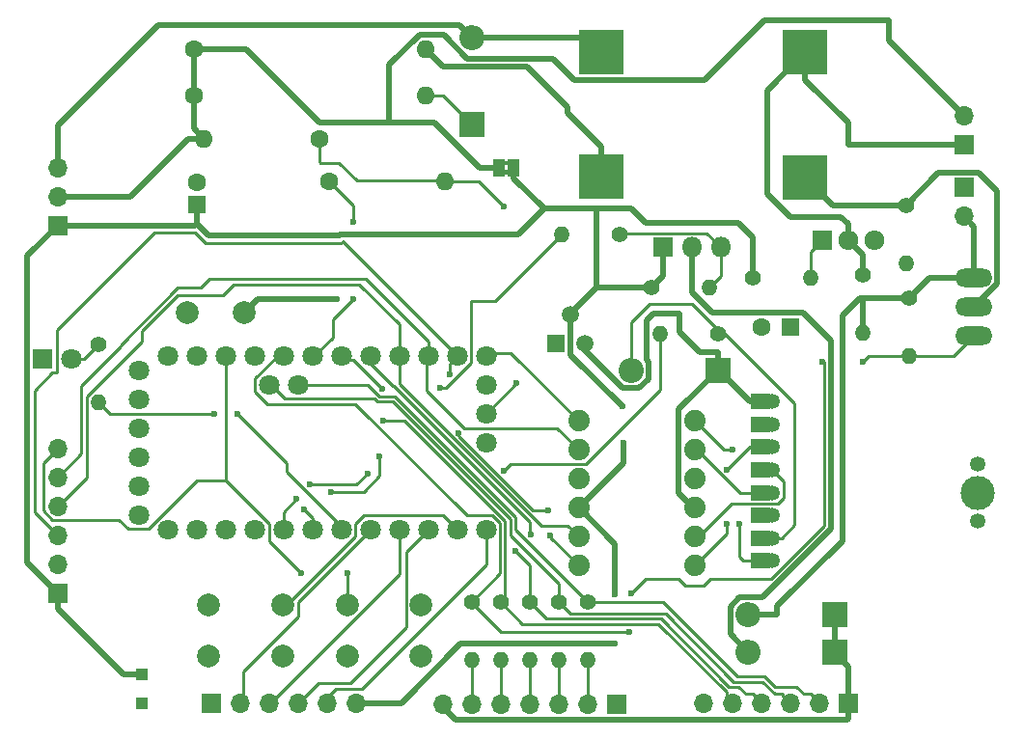
<source format=gbr>
%TF.GenerationSoftware,KiCad,Pcbnew,6.0.11-2627ca5db0~126~ubuntu22.04.1*%
%TF.CreationDate,2023-08-15T16:57:27+02:00*%
%TF.ProjectId,HB-UNI-SenAct-4-4-SC_DS_FUEL4EP_PCB,48422d55-4e49-42d5-9365-6e4163742d34,1.6*%
%TF.SameCoordinates,Original*%
%TF.FileFunction,Copper,L1,Top*%
%TF.FilePolarity,Positive*%
%FSLAX46Y46*%
G04 Gerber Fmt 4.6, Leading zero omitted, Abs format (unit mm)*
G04 Created by KiCad (PCBNEW 6.0.11-2627ca5db0~126~ubuntu22.04.1) date 2023-08-15 16:57:27*
%MOMM*%
%LPD*%
G01*
G04 APERTURE LIST*
%TA.AperFunction,ComponentPad*%
%ADD10C,2.000000*%
%TD*%
%TA.AperFunction,ComponentPad*%
%ADD11R,1.600000X1.600000*%
%TD*%
%TA.AperFunction,ComponentPad*%
%ADD12C,1.600000*%
%TD*%
%TA.AperFunction,ComponentPad*%
%ADD13R,1.800000X1.800000*%
%TD*%
%TA.AperFunction,ComponentPad*%
%ADD14C,1.800000*%
%TD*%
%TA.AperFunction,ComponentPad*%
%ADD15R,2.200000X2.200000*%
%TD*%
%TA.AperFunction,ComponentPad*%
%ADD16O,2.200000X2.200000*%
%TD*%
%TA.AperFunction,ComponentPad*%
%ADD17R,1.700000X1.700000*%
%TD*%
%TA.AperFunction,ComponentPad*%
%ADD18O,1.700000X1.700000*%
%TD*%
%TA.AperFunction,SMDPad,CuDef*%
%ADD19R,1.000000X1.500000*%
%TD*%
%TA.AperFunction,ComponentPad*%
%ADD20C,1.350000*%
%TD*%
%TA.AperFunction,ConnectorPad*%
%ADD21R,1.800000X1.350000*%
%TD*%
%TA.AperFunction,ComponentPad*%
%ADD22C,3.000000*%
%TD*%
%TA.AperFunction,ComponentPad*%
%ADD23R,1.717500X1.800000*%
%TD*%
%TA.AperFunction,ComponentPad*%
%ADD24O,1.717500X1.800000*%
%TD*%
%TA.AperFunction,ComponentPad*%
%ADD25C,1.400000*%
%TD*%
%TA.AperFunction,ComponentPad*%
%ADD26O,1.400000X1.400000*%
%TD*%
%TA.AperFunction,ComponentPad*%
%ADD27O,1.600000X1.600000*%
%TD*%
%TA.AperFunction,ComponentPad*%
%ADD28O,3.251200X1.625600*%
%TD*%
%TA.AperFunction,ComponentPad*%
%ADD29O,1.800000X1.800000*%
%TD*%
%TA.AperFunction,ComponentPad*%
%ADD30C,1.879600*%
%TD*%
%TA.AperFunction,ComponentPad*%
%ADD31R,1.000000X1.000000*%
%TD*%
%TA.AperFunction,ComponentPad*%
%ADD32R,4.000000X4.000000*%
%TD*%
%TA.AperFunction,ComponentPad*%
%ADD33R,1.498600X1.498600*%
%TD*%
%TA.AperFunction,ComponentPad*%
%ADD34C,1.498600*%
%TD*%
%TA.AperFunction,ViaPad*%
%ADD35C,0.600000*%
%TD*%
%TA.AperFunction,Conductor*%
%ADD36C,0.500000*%
%TD*%
%TA.AperFunction,Conductor*%
%ADD37C,0.250000*%
%TD*%
G04 APERTURE END LIST*
%TO.C,JP1*%
G36*
X42668000Y48430000D02*
G01*
X42168000Y48430000D01*
X42168000Y48830000D01*
X42668000Y48830000D01*
X42668000Y48430000D01*
G37*
G36*
X42668000Y49230000D02*
G01*
X42168000Y49230000D01*
X42168000Y49630000D01*
X42668000Y49630000D01*
X42668000Y49230000D01*
G37*
%TD*%
D10*
%TO.P,C4,1*%
%TO.N,VCC*%
X19431000Y36330000D03*
%TO.P,C4,2*%
%TO.N,GND*%
X14431000Y36330000D03*
%TD*%
D11*
%TO.P,C5,1*%
%TO.N,VCC*%
X15240000Y45760000D03*
D12*
%TO.P,C5,2*%
%TO.N,GND*%
X15240000Y47760000D03*
%TD*%
D13*
%TO.P,D1,1,K*%
%TO.N,GND*%
X1738000Y32266000D03*
D14*
%TO.P,D1,2,A*%
%TO.N,Net-(D1-Pad2)*%
X4278000Y32266000D03*
%TD*%
D15*
%TO.P,D2,1,K*%
%TO.N,/LDO_3.3V*%
X60960000Y31250000D03*
D16*
%TO.P,D2,2,A*%
%TO.N,Net-(D2-Pad2)*%
X53340000Y31250000D03*
%TD*%
D15*
%TO.P,D3,1,K*%
%TO.N,/V_relais*%
X71247000Y9787000D03*
D16*
%TO.P,D3,2,A*%
%TO.N,/V_supply*%
X63627000Y9787000D03*
%TD*%
D15*
%TO.P,D6,1,K*%
%TO.N,/V_relais*%
X71247000Y6485000D03*
D16*
%TO.P,D6,2,A*%
%TO.N,/VCC_S*%
X63627000Y6485000D03*
%TD*%
D15*
%TO.P,D11,1,K*%
%TO.N,Net-(D11-Pad1)*%
X39370000Y52840000D03*
D16*
%TO.P,D11,2,A*%
%TO.N,/minusBAT*%
X39370000Y60460000D03*
%TD*%
D17*
%TO.P,J2,1,Pin_1*%
%TO.N,GND*%
X16510000Y2040000D03*
D18*
%TO.P,J2,2,Pin_2*%
%TO.N,/D5*%
X19050000Y2040000D03*
%TO.P,J2,3,Pin_3*%
%TO.N,/D6*%
X21590000Y2040000D03*
%TO.P,J2,4,Pin_4*%
%TO.N,/D7*%
X24130000Y2040000D03*
%TO.P,J2,5,Pin_5*%
%TO.N,/D9*%
X26670000Y2040000D03*
%TO.P,J2,6,Pin_6*%
%TO.N,VCC*%
X29210000Y2040000D03*
%TD*%
D17*
%TO.P,J4,1,Pin_1*%
%TO.N,GND*%
X52070000Y1907000D03*
D18*
%TO.P,J4,2,Pin_2*%
%TO.N,/LED_AC_supply*%
X49530000Y1907000D03*
%TO.P,J4,3,Pin_3*%
%TO.N,/LED_Hifiberry*%
X46990000Y1907000D03*
%TO.P,J4,4,Pin_4*%
%TO.N,/LED_Monitor*%
X44450000Y1907000D03*
%TO.P,J4,5,Pin_5*%
%TO.N,/LED_Heating*%
X41910000Y1907000D03*
%TO.P,J4,6,Pin_6*%
%TO.N,/LED_Charging*%
X39370000Y1907000D03*
%TO.P,J4,7,Pin_7*%
%TO.N,/V_relais*%
X36830000Y1907000D03*
%TD*%
D17*
%TO.P,J5,1,Pin_1*%
%TO.N,VCC*%
X3048000Y11692000D03*
D18*
%TO.P,J5,2,Pin_2*%
%TO.N,/minusBAT*%
X3048000Y14232000D03*
%TO.P,J5,3,Pin_3*%
%TO.N,/MOSI*%
X3048000Y16772000D03*
%TO.P,J5,4,Pin_4*%
%TO.N,/SCK*%
X3048000Y19312000D03*
%TO.P,J5,5,Pin_5*%
%TO.N,/MISO*%
X3048000Y21852000D03*
%TO.P,J5,6,Pin_6*%
%TO.N,/RSET*%
X3048000Y24392000D03*
%TD*%
D17*
%TO.P,J6,1,Pin_1*%
%TO.N,/minusBAT*%
X82550000Y51062000D03*
D18*
%TO.P,J6,2,Pin_2*%
%TO.N,/plusBAT*%
X82550000Y53602000D03*
%TD*%
D17*
%TO.P,J10,1,Pin_1*%
%TO.N,VCC*%
X3048000Y43950000D03*
D18*
%TO.P,J10,2,Pin_2*%
%TO.N,/plusBAT*%
X3048000Y46490000D03*
%TO.P,J10,3,Pin_3*%
%TO.N,/minusBAT*%
X3048000Y49030000D03*
%TD*%
D19*
%TO.P,JP1,1,A*%
%TO.N,/plusBAT*%
X41768000Y49030000D03*
%TO.P,JP1,2,B*%
%TO.N,VCC*%
X43068000Y49030000D03*
%TD*%
D20*
%TO.P,Module2,1A,GND*%
%TO.N,GND*%
X83735000Y23020000D03*
D21*
%TO.P,Module2,1C,VCC*%
%TO.N,/LDO_3.3V*%
X64735000Y28520000D03*
D20*
X65735000Y28520000D03*
D22*
%TO.P,Module2,2A,ANT*%
%TO.N,unconnected-(Module2-Pad2A)*%
X83735000Y20520000D03*
D20*
%TO.P,Module2,2C,GND*%
%TO.N,GND*%
X65735000Y26520000D03*
D21*
X64735000Y26520000D03*
D20*
%TO.P,Module2,3A,GND*%
X83735000Y18020000D03*
D21*
%TO.P,Module2,3C,MOSI*%
%TO.N,Net-(Module2-Pad3C)*%
X64735000Y24520000D03*
D20*
X65735000Y24520000D03*
%TO.P,Module2,4C,SCLK*%
%TO.N,Net-(Module2-Pad4C)*%
X65735000Y22520000D03*
D21*
X64735000Y22520000D03*
D20*
%TO.P,Module2,5C,MISO*%
%TO.N,Net-(Module2-Pad5C)*%
X65735000Y20520000D03*
D21*
X64735000Y20520000D03*
D20*
%TO.P,Module2,6C,GD2*%
%TO.N,unconnected-(Module2-Pad6C)*%
X65735000Y18520000D03*
D21*
X64735000Y18520000D03*
D20*
%TO.P,Module2,7C,GD0*%
%TO.N,Net-(D2-Pad2)*%
X65735000Y16520000D03*
D21*
X64735000Y16520000D03*
D20*
%TO.P,Module2,8C,~{CSN}*%
%TO.N,Net-(Module2-Pad8C)*%
X65735000Y14520000D03*
D21*
X64735000Y14520000D03*
%TD*%
D23*
%TO.P,Q1,1,G*%
%TO.N,Net-(Q1-Pad1)*%
X70093000Y42680000D03*
D24*
%TO.P,Q1,2,D*%
%TO.N,/minusBAT*%
X72383000Y42680000D03*
%TO.P,Q1,3,S*%
%TO.N,GND*%
X74673000Y42680000D03*
%TD*%
D25*
%TO.P,R1,1*%
%TO.N,Net-(D1-Pad2)*%
X6604000Y33536000D03*
D26*
%TO.P,R1,2*%
%TO.N,Net-(Module1-Pad7C)*%
X6604000Y28456000D03*
%TD*%
D12*
%TO.P,R2,1*%
%TO.N,/A6*%
X26035000Y51570000D03*
D27*
%TO.P,R2,2*%
%TO.N,/plusBAT*%
X15875000Y51570000D03*
%TD*%
D25*
%TO.P,R13,1*%
%TO.N,Net-(Q2-Pad3)*%
X52324000Y43188000D03*
D26*
%TO.P,R13,2*%
%TO.N,/D3*%
X47244000Y43188000D03*
%TD*%
D25*
%TO.P,R14,1*%
%TO.N,VCC*%
X55118000Y38489000D03*
D26*
%TO.P,R14,2*%
%TO.N,Net-(Q2-Pad3)*%
X60198000Y38489000D03*
%TD*%
D25*
%TO.P,R17,1*%
%TO.N,Net-(D2-Pad2)*%
X60960000Y34425000D03*
D26*
%TO.P,R17,2*%
%TO.N,/D2*%
X55880000Y34425000D03*
%TD*%
D12*
%TO.P,R22,1*%
%TO.N,/plusBAT*%
X14986000Y55380000D03*
D27*
%TO.P,R22,2*%
%TO.N,Net-(D11-Pad1)*%
X35306000Y55380000D03*
%TD*%
D10*
%TO.P,SW1,1,1*%
%TO.N,GND*%
X16308000Y6140000D03*
X22808000Y6140000D03*
%TO.P,SW1,2,2*%
%TO.N,/Config*%
X16308000Y10640000D03*
X22808000Y10640000D03*
%TD*%
D14*
%TO.P,Module1,1A,RAW*%
%TO.N,unconnected-(Module1-Pad1A)*%
X12700000Y32520000D03*
%TO.P,Module1,1B,GND*%
%TO.N,GND*%
X40640000Y24900000D03*
%TO.P,Module1,1C,PD1/TXD0*%
%TO.N,unconnected-(Module1-Pad1C)*%
X12700000Y17280000D03*
%TO.P,Module1,1D,DTR*%
%TO.N,unconnected-(Module1-Pad1D)*%
X10160000Y18550000D03*
%TO.P,Module1,1E,PC5/SCL_A5*%
%TO.N,/A5*%
X21590000Y29980000D03*
%TO.P,Module1,2A,GND*%
%TO.N,GND*%
X15240000Y32520000D03*
%TO.P,Module1,2B,A6*%
%TO.N,/A6*%
X40640000Y27440000D03*
%TO.P,Module1,2C,PD0/RXD0*%
%TO.N,unconnected-(Module1-Pad2C)*%
X15240000Y17280000D03*
%TO.P,Module1,2D,PD1/TXD0*%
%TO.N,unconnected-(Module1-Pad2D)*%
X10160000Y21090000D03*
%TO.P,Module1,2E,PC4/SDA_A4*%
%TO.N,/A4*%
X24130000Y29980000D03*
%TO.P,Module1,3A,RST*%
%TO.N,/RSET*%
X17780000Y32520000D03*
%TO.P,Module1,3B,A7*%
%TO.N,unconnected-(Module1-Pad3B)*%
X40640000Y29980000D03*
%TO.P,Module1,3C,RST*%
%TO.N,unconnected-(Module1-Pad3C)*%
X17780000Y17280000D03*
%TO.P,Module1,3D,PD0/RXD0*%
%TO.N,unconnected-(Module1-Pad3D)*%
X10160000Y23630000D03*
%TO.P,Module1,4A,VCC*%
%TO.N,VCC*%
X20320000Y32520000D03*
%TO.P,Module1,4C,GND*%
%TO.N,unconnected-(Module1-Pad4C)*%
X20320000Y17280000D03*
%TO.P,Module1,4D,VCC*%
%TO.N,unconnected-(Module1-Pad4D)*%
X10160000Y26170000D03*
%TO.P,Module1,5A,PC3_A3*%
%TO.N,/A3*%
X22860000Y32520000D03*
%TO.P,Module1,5C,PD2_2*%
%TO.N,/D2*%
X22860000Y17280000D03*
%TO.P,Module1,5D,GND*%
%TO.N,unconnected-(Module1-Pad5D)*%
X10160000Y28710000D03*
%TO.P,Module1,6A,PC2_A2*%
%TO.N,/A2*%
X25400000Y32520000D03*
%TO.P,Module1,6C,PD3_3*%
%TO.N,/D3*%
X25400000Y17280000D03*
%TO.P,Module1,6D,GND*%
%TO.N,unconnected-(Module1-Pad6D)*%
X10160000Y31250000D03*
%TO.P,Module1,7A,PC1/A1*%
%TO.N,/A1*%
X27940000Y32520000D03*
%TO.P,Module1,7C,PD4_4*%
%TO.N,Net-(Module1-Pad7C)*%
X27940000Y17280000D03*
%TO.P,Module1,8A,PC0_A0*%
%TO.N,/A0*%
X30480000Y32520000D03*
%TO.P,Module1,8C,PD5_5*%
%TO.N,/D5*%
X30480000Y17280000D03*
%TO.P,Module1,9A,PB5/SCK_13L*%
%TO.N,/SCK*%
X33020000Y32520000D03*
%TO.P,Module1,9C,PD6_6*%
%TO.N,/D6*%
X33020000Y17280000D03*
%TO.P,Module1,10A,PB4/MISO_12*%
%TO.N,/MISO*%
X35560000Y32520000D03*
%TO.P,Module1,10C,PD7_7*%
%TO.N,/D7*%
X35560000Y17280000D03*
%TO.P,Module1,11A,PB3/MOSI_11*%
%TO.N,/MOSI*%
X38100000Y32520000D03*
%TO.P,Module1,11C,PB0_8*%
%TO.N,/Config*%
X38100000Y17280000D03*
%TO.P,Module1,12A,PB2/~{SS}_10*%
%TO.N,/SS*%
X40640000Y32520000D03*
%TO.P,Module1,12C,PB1_9*%
%TO.N,/D9*%
X40640000Y17280000D03*
%TD*%
D25*
%TO.P,R3,1*%
%TO.N,VCC*%
X64008000Y39378000D03*
D26*
%TO.P,R3,2*%
%TO.N,Net-(Q1-Pad1)*%
X69088000Y39378000D03*
%TD*%
D17*
%TO.P,J1,1,Pin_1*%
%TO.N,/minusBAT*%
X82550000Y47282000D03*
D18*
%TO.P,J1,2,Pin_2*%
%TO.N,/V_supply*%
X82550000Y44742000D03*
%TD*%
D28*
%TO.P,Q4,1*%
%TO.N,/A3*%
X83398000Y34298000D03*
%TO.P,Q4,2*%
%TO.N,/V_CH*%
X83398000Y36838000D03*
%TO.P,Q4,3*%
%TO.N,/V_supply*%
X83398000Y39378000D03*
%TD*%
D25*
%TO.P,R5,1*%
%TO.N,/A1*%
X41910000Y10930000D03*
D26*
%TO.P,R5,2*%
%TO.N,/LED_Heating*%
X41910000Y5850000D03*
%TD*%
D25*
%TO.P,R6,1*%
%TO.N,/A0*%
X44450000Y10930000D03*
D26*
%TO.P,R6,2*%
%TO.N,/LED_Monitor*%
X44450000Y5850000D03*
%TD*%
D25*
%TO.P,R7,1*%
%TO.N,/A5*%
X46990000Y10930000D03*
D26*
%TO.P,R7,2*%
%TO.N,/LED_Hifiberry*%
X46990000Y5850000D03*
%TD*%
D25*
%TO.P,R8,1*%
%TO.N,/A4*%
X49530000Y10930000D03*
D26*
%TO.P,R8,2*%
%TO.N,/LED_AC_supply*%
X49530000Y5850000D03*
%TD*%
D25*
%TO.P,R9,1*%
%TO.N,/V_supply*%
X77724000Y37600000D03*
D26*
%TO.P,R9,2*%
%TO.N,/A3*%
X77724000Y32520000D03*
%TD*%
D25*
%TO.P,R10,1*%
%TO.N,/V_CH*%
X77470000Y45728000D03*
D26*
%TO.P,R10,2*%
%TO.N,GND*%
X77470000Y40648000D03*
%TD*%
D25*
%TO.P,R11,1*%
%TO.N,/A3*%
X39370000Y10930000D03*
D26*
%TO.P,R11,2*%
%TO.N,/LED_Charging*%
X39370000Y5850000D03*
%TD*%
D11*
%TO.P,C1,1*%
%TO.N,/LDO_3.3V*%
X67310000Y35060000D03*
D12*
%TO.P,C1,2*%
%TO.N,GND*%
X64810000Y35060000D03*
%TD*%
D17*
%TO.P,J3,1,Pin_1*%
%TO.N,/V_relais*%
X72390000Y2040000D03*
D18*
%TO.P,J3,2,Pin_2*%
%TO.N,/A4*%
X69850000Y2040000D03*
%TO.P,J3,3,Pin_3*%
%TO.N,/A5*%
X67310000Y2040000D03*
%TO.P,J3,4,Pin_4*%
%TO.N,/A0*%
X64770000Y2040000D03*
%TO.P,J3,5,Pin_5*%
%TO.N,/A1*%
X62230000Y2040000D03*
%TO.P,J3,6,Pin_6*%
%TO.N,GND*%
X59690000Y2040000D03*
%TD*%
D13*
%TO.P,Q2,1,E*%
%TO.N,VCC*%
X56134000Y42051000D03*
D29*
%TO.P,Q2,2,C*%
%TO.N,/VCC_S*%
X58674000Y42051000D03*
%TO.P,Q2,3,B*%
%TO.N,Net-(Q2-Pad3)*%
X61214000Y42051000D03*
%TD*%
D30*
%TO.P,Module3,GND1,GND*%
%TO.N,GND*%
X58917000Y21719000D03*
%TO.P,Module3,GND2,GND*%
X48757000Y21719000D03*
%TO.P,Module3,HV,HV*%
%TO.N,VCC*%
X48757000Y19179000D03*
%TO.P,Module3,HV1,HV_TXO_1*%
%TO.N,/MOSI*%
X48757000Y14099000D03*
%TO.P,Module3,HV2,HV_RXI_1*%
%TO.N,/SCK*%
X48757000Y16639000D03*
%TO.P,Module3,HV3,HV_RXI_2*%
%TO.N,/MISO*%
X48757000Y24259000D03*
%TO.P,Module3,HV4,HV_TXO_2*%
%TO.N,/SS*%
X48757000Y26799000D03*
%TO.P,Module3,LV,LV*%
%TO.N,/LDO_3.3V*%
X58917000Y19179000D03*
%TO.P,Module3,LV1,LV_TXI_1*%
%TO.N,Net-(Module2-Pad3C)*%
X58917000Y14099000D03*
%TO.P,Module3,LV2,LV_RXO_1*%
%TO.N,Net-(Module2-Pad4C)*%
X58917000Y16639000D03*
%TO.P,Module3,LV3,LV_RXO_2*%
%TO.N,Net-(Module2-Pad5C)*%
X58917000Y24259000D03*
%TO.P,Module3,LV4,LV_TXI_2*%
%TO.N,Net-(Module2-Pad8C)*%
X58917000Y26799000D03*
%TD*%
D31*
%TO.P,J7,1,Pin_1*%
%TO.N,GND*%
X10414000Y2040000D03*
%TD*%
D12*
%TO.P,R4,1*%
%TO.N,/A2*%
X26860500Y47861600D03*
D27*
%TO.P,R4,2*%
%TO.N,/A6*%
X37020500Y47861600D03*
%TD*%
D10*
%TO.P,SW2,1,1*%
%TO.N,/RSET*%
X28448000Y10676000D03*
X34948000Y10676000D03*
%TO.P,SW2,2,2*%
%TO.N,GND*%
X28448000Y6176000D03*
X34948000Y6176000D03*
%TD*%
D32*
%TO.P,Module4,1A,GND*%
%TO.N,/minusBAT*%
X68650000Y59190000D03*
%TO.P,Module4,1C,GND*%
X50730000Y59190000D03*
%TO.P,Module4,2A,VIN*%
%TO.N,/V_CH*%
X68650000Y48170000D03*
%TO.P,Module4,2C,OUT*%
%TO.N,/Vcharge*%
X50730000Y48270000D03*
%TD*%
D33*
%TO.P,Q3,1,GND*%
%TO.N,GND*%
X46786800Y33637600D03*
D34*
%TO.P,Q3,2,VIN*%
%TO.N,VCC*%
X48056800Y36177600D03*
%TO.P,Q3,3,VOUT*%
%TO.N,/LDO_3.3V*%
X49326800Y33637600D03*
%TD*%
D12*
%TO.P,R15,1*%
%TO.N,/plusBAT*%
X14986000Y59444000D03*
D27*
%TO.P,R15,2*%
%TO.N,/Vcharge*%
X35306000Y59444000D03*
%TD*%
D31*
%TO.P,J8,1,Pin_1*%
%TO.N,VCC*%
X10414000Y4580000D03*
%TD*%
D25*
%TO.P,R12,1*%
%TO.N,/minusBAT*%
X73660000Y39632000D03*
D26*
%TO.P,R12,2*%
%TO.N,/V_supply*%
X73660000Y34552000D03*
%TD*%
D35*
%TO.N,VCC*%
X51943002Y7247000D03*
X27686001Y43061000D03*
X27559000Y37473000D03*
X51943000Y11555000D03*
X52578000Y28075000D03*
X52705000Y24900000D03*
%TO.N,/A3*%
X70104000Y32012000D03*
X53340000Y11692000D03*
X73660000Y32012000D03*
X53213000Y8263000D03*
%TO.N,/A1*%
X31623000Y26868500D03*
X31559500Y29599000D03*
%TO.N,/A0*%
X44542692Y16801192D03*
X43214301Y15409301D03*
%TO.N,/RSET*%
X28448000Y13470000D03*
X24384000Y13470000D03*
%TO.N,/MOSI*%
X46101000Y18931000D03*
X46228000Y16772000D03*
X37421559Y30912441D03*
X38192699Y25754699D03*
%TO.N,/D2*%
X42193899Y22389909D03*
X30226000Y22169500D03*
X25146000Y21217000D03*
X24003000Y19947000D03*
%TO.N,/D3*%
X36576000Y29726000D03*
X27051000Y20592000D03*
X31305500Y23693500D03*
X24638000Y19058000D03*
%TO.N,Net-(Module1-Pad7C)*%
X16764000Y27440000D03*
X18796000Y27440000D03*
%TO.N,Net-(Module2-Pad3C)*%
X61722000Y17788000D03*
X61782942Y22547942D03*
%TO.N,Net-(Module2-Pad8C)*%
X62865000Y17788000D03*
X62230000Y24265000D03*
%TO.N,/A6*%
X43307000Y30107000D03*
X42227498Y45664500D03*
%TO.N,/A2*%
X28956006Y37473000D03*
X28986169Y44300831D03*
%TD*%
D36*
%TO.N,GND*%
X65735000Y26520000D02*
X64801000Y26520000D01*
%TO.N,/LDO_3.3V*%
X65735000Y28520000D02*
X64349998Y28520000D01*
X63817000Y28520000D02*
X61087000Y31250000D01*
X54890001Y31994001D02*
X54890001Y30505999D01*
X57527199Y27817199D02*
X57527199Y20458801D01*
X64735000Y28520000D02*
X63817000Y28520000D01*
X55327999Y36210001D02*
X54729999Y35612001D01*
X54084001Y29699999D02*
X52595999Y29699999D01*
X54729999Y35612001D02*
X54729999Y32154003D01*
X60960000Y32850000D02*
X59360000Y32850000D01*
X54890001Y30505999D02*
X54084001Y29699999D01*
X60960000Y31250000D02*
X57527199Y27817199D01*
X59360000Y32850000D02*
X57599999Y34610001D01*
X60960000Y31250000D02*
X60960000Y32850000D01*
X57599999Y36210001D02*
X55327999Y36210001D01*
X57599999Y34610001D02*
X57599999Y36210001D01*
X54729999Y32154003D02*
X54890001Y31994001D01*
X52595999Y29699999D02*
X49022000Y33273998D01*
X57527199Y20458801D02*
X58801000Y19185000D01*
%TO.N,VCC*%
X56134000Y39505000D02*
X55118000Y38489000D01*
X62745001Y44196999D02*
X64008000Y42934000D01*
X51943002Y7247000D02*
X38411610Y7247000D01*
X20574000Y37473000D02*
X27134736Y37473000D01*
X27813001Y43188000D02*
X43434000Y43188000D01*
X27686001Y43061000D02*
X16256000Y43061000D01*
X48076699Y32576301D02*
X48076699Y36005301D01*
X51943000Y15993000D02*
X51943000Y11555000D01*
X15240000Y45760000D02*
X15240000Y44077000D01*
X33204610Y2040000D02*
X29210000Y2040000D01*
X52705000Y23127000D02*
X52705000Y24900000D01*
X3048000Y10342000D02*
X8810000Y4580000D01*
X8810000Y4580000D02*
X10414000Y4580000D01*
X50292000Y45474000D02*
X50292000Y38489000D01*
X38411610Y7247000D02*
X33204610Y2040000D01*
X43068000Y48126000D02*
X43068000Y49030000D01*
X50292000Y45474000D02*
X45720000Y45474000D01*
X52578000Y28075000D02*
X48076699Y32576301D01*
X53340000Y45474000D02*
X50292000Y45474000D01*
X54610000Y44204000D02*
X57418002Y44204000D01*
X48757000Y19179000D02*
X51943000Y15993000D01*
X27134736Y37473000D02*
X27559000Y37473000D01*
X27686001Y43061000D02*
X27813001Y43188000D01*
X53340000Y45474000D02*
X54610000Y44204000D01*
X57411001Y44196999D02*
X62745001Y44196999D01*
X3048000Y11692000D02*
X3048000Y10342000D01*
X48757000Y19179000D02*
X52705000Y23127000D01*
X64008000Y42934000D02*
X64008000Y39378000D01*
X45720000Y45474000D02*
X43068000Y48126000D01*
X3048000Y43950000D02*
X388000Y41290000D01*
X388000Y41290000D02*
X388000Y14352000D01*
X56134000Y42051000D02*
X56134000Y39505000D01*
X19558000Y36457000D02*
X20574000Y37473000D01*
X55118000Y38489000D02*
X50292000Y38489000D01*
X388000Y14352000D02*
X3048000Y11692000D01*
X43434000Y43188000D02*
X45720000Y45474000D01*
X57418002Y44204000D02*
X57411001Y44196999D01*
X50292000Y38489000D02*
X48006000Y36203000D01*
X15240000Y44077000D02*
X15113000Y43950000D01*
X16256000Y43061000D02*
X15240000Y44077000D01*
X15113000Y43950000D02*
X3048000Y43950000D01*
D37*
%TO.N,Net-(D1-Pad2)*%
X5334000Y32266000D02*
X4278000Y32266000D01*
X6604000Y33536000D02*
X5334000Y32266000D01*
%TO.N,Net-(D2-Pad2)*%
X60960000Y35060000D02*
X67691000Y28329000D01*
X66548000Y16518000D02*
X64516000Y16518000D01*
X67691000Y28329000D02*
X67691000Y17661000D01*
X67691000Y17661000D02*
X66548000Y16518000D01*
X58674000Y37092000D02*
X60960000Y34806000D01*
X54991000Y37092000D02*
X58674000Y37092000D01*
X53340000Y35441000D02*
X54991000Y37092000D01*
X53340000Y31250000D02*
X53340000Y35441000D01*
D36*
%TO.N,/V_relais*%
X71247000Y9787000D02*
X71247000Y6421500D01*
X72390000Y2040000D02*
X72390000Y690000D01*
X72306999Y606999D02*
X37945501Y606999D01*
X72390000Y5278500D02*
X72390000Y2167000D01*
X37945501Y606999D02*
X36893500Y1659000D01*
X71247000Y6421500D02*
X72390000Y5278500D01*
X72390000Y690000D02*
X72306999Y606999D01*
%TO.N,/minusBAT*%
X73660000Y39632000D02*
X73660000Y41403000D01*
X71751000Y44712000D02*
X72383000Y44080000D01*
X72383000Y44080000D02*
X72383000Y42680000D01*
X11881803Y61559999D02*
X3048000Y52726196D01*
X68650000Y56690000D02*
X72383000Y52957000D01*
X68650000Y59190000D02*
X65278000Y55818000D01*
X72383000Y51055000D02*
X72383000Y52957000D01*
X3048000Y52726196D02*
X3048000Y49030000D01*
X39370000Y60460000D02*
X38270001Y61559999D01*
X65278000Y55818000D02*
X65278000Y46744000D01*
X67310000Y44712000D02*
X71751000Y44712000D01*
X65278000Y46744000D02*
X67310000Y44712000D01*
X72390000Y51062000D02*
X72383000Y51055000D01*
X73660000Y41403000D02*
X72383000Y42680000D01*
X68650000Y59190000D02*
X68650000Y56690000D01*
X38270001Y61559999D02*
X11881803Y61559999D01*
X49460000Y60460000D02*
X39370000Y60460000D01*
X82550000Y51062000D02*
X72390000Y51062000D01*
D37*
%TO.N,Net-(D11-Pad1)*%
X35306000Y55380000D02*
X36830000Y55380000D01*
X36830000Y55380000D02*
X39370000Y52840000D01*
%TO.N,/D9*%
X29718000Y3310000D02*
X27432000Y3310000D01*
X40640000Y14232000D02*
X29718000Y3310000D01*
X27432000Y3310000D02*
X26670000Y2548000D01*
X40640000Y17280000D02*
X40640000Y14232000D01*
%TO.N,/D7*%
X33623000Y8739000D02*
X28702000Y3818000D01*
X35560000Y17280000D02*
X33623000Y15343000D01*
X25908000Y3818000D02*
X24130000Y2040000D01*
X33623000Y15343000D02*
X33623000Y8739000D01*
X28702000Y3818000D02*
X25908000Y3818000D01*
%TO.N,/D6*%
X33020000Y17280000D02*
X33020000Y13374167D01*
X33020000Y13374167D02*
X21685833Y2040000D01*
%TO.N,/D5*%
X30480000Y17280000D02*
X24133000Y10933000D01*
X24133000Y9663000D02*
X19304000Y4834000D01*
X24133000Y10933000D02*
X24133000Y9663000D01*
X19304000Y4834000D02*
X19304000Y2040000D01*
%TO.N,/A3*%
X81620000Y32520000D02*
X83398000Y34298000D01*
X41910000Y8263000D02*
X39370000Y10803000D01*
X59710505Y12384188D02*
X58123495Y12384188D01*
X39370000Y10930000D02*
X41865001Y13425001D01*
X41187359Y18505001D02*
X38970499Y18505001D01*
X70308502Y17613500D02*
X70308502Y32012000D01*
X65657002Y12962000D02*
X70308502Y17613500D01*
X29170511Y28304989D02*
X21452009Y28304989D01*
X58123495Y12384188D02*
X57545684Y12962000D01*
X54610000Y12962000D02*
X53340000Y11692000D01*
X73660000Y32012000D02*
X74168000Y32520000D01*
X21452009Y28304989D02*
X20364999Y29391999D01*
X20364999Y30532999D02*
X22352000Y32520000D01*
X65657002Y12962000D02*
X60288316Y12962000D01*
X70308502Y32012000D02*
X70104000Y32012000D01*
X57545684Y12962000D02*
X54610000Y12962000D01*
X60288316Y12962000D02*
X59710505Y12384188D01*
X41865001Y17827359D02*
X41187359Y18505001D01*
X74168000Y32520000D02*
X77724000Y32520000D01*
X38970499Y18505001D02*
X29170511Y28304989D01*
X20364999Y29391999D02*
X20364999Y30532999D01*
X53213000Y8263000D02*
X41910000Y8263000D01*
X77724000Y32520000D02*
X81620000Y32520000D01*
X41865001Y13425001D02*
X41865001Y17827359D01*
%TO.N,/A1*%
X41910000Y10930000D02*
X43835023Y9004977D01*
X55773023Y9004977D02*
X61759008Y3018992D01*
X31259501Y29898999D02*
X31559500Y29599000D01*
X41910000Y10930000D02*
X42315012Y11335012D01*
X27940000Y32139000D02*
X29019500Y32139000D01*
X42315012Y18013758D02*
X33460270Y26868500D01*
X43835023Y9004977D02*
X55773023Y9004977D01*
X29019500Y32139000D02*
X31259501Y29898999D01*
X33460270Y26868500D02*
X31623000Y26868500D01*
X42315012Y11335012D02*
X42315012Y18013758D01*
X61759008Y3018992D02*
X61759008Y2447492D01*
%TO.N,/A0*%
X44450000Y10930000D02*
X45925012Y9454988D01*
X63405001Y2858001D02*
X64078999Y2858001D01*
X32569991Y29857099D02*
X44449295Y17977795D01*
X62794001Y3469001D02*
X63405001Y2858001D01*
X64078999Y2858001D02*
X64960500Y1976500D01*
X44450000Y14173602D02*
X43214301Y15409301D01*
X32444400Y29857100D02*
X32569991Y29857099D01*
X44513500Y17913590D02*
X44513500Y16830384D01*
X55959424Y9454986D02*
X61945409Y3469001D01*
X61945409Y3469001D02*
X62794001Y3469001D01*
X30480000Y31821500D02*
X32444400Y29857100D01*
X44513500Y16830384D02*
X44542692Y16801192D01*
X44449295Y17977795D02*
X44513500Y17913590D01*
X45925012Y9454988D02*
X55959424Y9454986D01*
X44450000Y10930000D02*
X44450000Y14173602D01*
%TO.N,/RSET*%
X21590000Y16264000D02*
X24384000Y13470000D01*
X17780000Y32520000D02*
X17780000Y21598000D01*
X9236701Y17325000D02*
X8424701Y18137000D01*
X2561299Y18137000D02*
X1778000Y18920299D01*
X1778000Y18920299D02*
X1778000Y23122000D01*
X21590000Y17788000D02*
X21590000Y16264000D01*
X8424701Y18137000D02*
X2561299Y18137000D01*
X15285588Y21598000D02*
X11012588Y17325000D01*
X1778000Y23122000D02*
X3048000Y24392000D01*
X17780000Y21598000D02*
X21590000Y17788000D01*
X17780000Y21598000D02*
X15285588Y21598000D01*
X11012588Y17325000D02*
X9236701Y17325000D01*
X28448000Y13470000D02*
X28448000Y10676000D01*
%TO.N,/MISO*%
X35560000Y32520000D02*
X35560000Y33792792D01*
X16380000Y39248000D02*
X15621000Y38489000D01*
X35560000Y33792792D02*
X30104792Y39248000D01*
X8578000Y33478000D02*
X8578000Y33349604D01*
X48757000Y24259000D02*
X46890999Y26125001D01*
X13589000Y38489000D02*
X8578000Y33478000D01*
X15621000Y38489000D02*
X13589000Y38489000D01*
X5129000Y29900604D02*
X5129000Y23933000D01*
X30104792Y39248000D02*
X16380000Y39248000D01*
X38747399Y26125001D02*
X35433000Y29439400D01*
X8578000Y33349604D02*
X5129000Y29900604D01*
X46890999Y26125001D02*
X38747399Y26125001D01*
X5129000Y23933000D02*
X3048000Y21852000D01*
X35433000Y29439400D02*
X35433000Y32647000D01*
%TO.N,/SCK*%
X10414000Y34677604D02*
X10414000Y33790000D01*
X13590396Y37854000D02*
X10414000Y34677604D01*
X33020000Y32520000D02*
X33020000Y35282839D01*
X29504839Y38798000D02*
X18470000Y38798000D01*
X33020000Y30043500D02*
X33020000Y32266000D01*
X33020000Y35282839D02*
X29504839Y38798000D01*
X5579000Y21843000D02*
X3048000Y19312000D01*
X45484701Y17578799D02*
X33020000Y30043500D01*
X5579000Y28955000D02*
X5579000Y21843000D01*
X10414000Y33790000D02*
X5579000Y28955000D01*
X18470000Y38798000D02*
X17526000Y37854000D01*
X48757000Y16639000D02*
X47817201Y17578799D01*
X47817201Y17578799D02*
X45484701Y17578799D01*
X17526000Y37854000D02*
X13590396Y37854000D01*
%TO.N,/MOSI*%
X28064442Y42555558D02*
X27944885Y42436000D01*
X37421559Y30912441D02*
X37421559Y31841559D01*
X27944885Y42436000D02*
X16067828Y42436000D01*
X46228000Y16628000D02*
X46228000Y16772000D01*
X2585000Y31041000D02*
X1016000Y29472000D01*
X15128828Y43375000D02*
X11561167Y43375000D01*
X16067828Y42436000D02*
X15128828Y43375000D01*
X1016000Y18804000D02*
X3048000Y16772000D01*
X46101000Y18931000D02*
X44768910Y18931000D01*
X38100000Y32520000D02*
X28064442Y42555558D01*
X48757000Y14099000D02*
X46228000Y16628000D01*
X11561167Y43375000D02*
X2963000Y34776833D01*
X37421559Y31841559D02*
X38100000Y32520000D01*
X2963000Y34776833D02*
X2963000Y31041000D01*
X44768910Y18931000D02*
X38192699Y25507211D01*
X38192699Y25507211D02*
X38192699Y25754699D01*
X1016000Y29472000D02*
X1016000Y18804000D01*
X2963000Y31041000D02*
X2585000Y31041000D01*
D36*
%TO.N,/plusBAT*%
X9398000Y46490000D02*
X14478000Y51570000D01*
X14986000Y55380000D02*
X14986000Y52459000D01*
X36923968Y60714000D02*
X39017968Y58620000D01*
X14986000Y59444000D02*
X19588000Y59444000D01*
X46477000Y58620000D02*
X48357000Y56740000D01*
X48357000Y56740000D02*
X59780000Y56740000D01*
X19588000Y59444000D02*
X26054000Y52978000D01*
X14478000Y51570000D02*
X15875000Y51570000D01*
X75946000Y61984000D02*
X75946000Y60206000D01*
X75946000Y60206000D02*
X82550000Y53602000D01*
X59780000Y56740000D02*
X65024000Y61984000D01*
X32142000Y52978000D02*
X36132000Y52978000D01*
X65024000Y61984000D02*
X75946000Y61984000D01*
X32142000Y52978000D02*
X32142000Y58047767D01*
X2540000Y46490000D02*
X9398000Y46490000D01*
X34808233Y60714000D02*
X36923968Y60714000D01*
X40080000Y49030000D02*
X41768000Y49030000D01*
X26054000Y52978000D02*
X32142000Y52978000D01*
X39017968Y58620000D02*
X46477000Y58620000D01*
X14986000Y52459000D02*
X15875000Y51570000D01*
X14986000Y59444000D02*
X14986000Y55380000D01*
X36132000Y52978000D02*
X40080000Y49030000D01*
X32142000Y58047767D02*
X34808233Y60714000D01*
D37*
%TO.N,/SS*%
X48757000Y26799000D02*
X42799000Y32757000D01*
X42799000Y32757000D02*
X41004000Y32757000D01*
%TO.N,/D2*%
X22860000Y18804000D02*
X22860000Y17280000D01*
X29273500Y21217000D02*
X30226000Y22169500D01*
X42798189Y22994199D02*
X42193899Y22389909D01*
X24003000Y19947000D02*
X22860000Y18804000D01*
X55880000Y35060000D02*
X55880000Y29510094D01*
X55880000Y29510094D02*
X49364105Y22994199D01*
X25146000Y21217000D02*
X29273500Y21217000D01*
X49364105Y22994199D02*
X42798189Y22994199D01*
%TO.N,/D3*%
X39325001Y37337003D02*
X41393003Y37337003D01*
X27051000Y20592000D02*
X29898264Y20592000D01*
X29898264Y20592000D02*
X31305500Y21999236D01*
X25400000Y18296000D02*
X24638000Y19058000D01*
X39325001Y31931999D02*
X37119002Y29726000D01*
X31305500Y21999236D02*
X31305500Y23693500D01*
X39325001Y37337003D02*
X39325001Y31931999D01*
X41393003Y37337003D02*
X47244000Y43188000D01*
X25400000Y17280000D02*
X25400000Y18296000D01*
X37119002Y29726000D02*
X36576000Y29726000D01*
%TO.N,Net-(Module1-Pad7C)*%
X23158999Y22315001D02*
X27940000Y17534000D01*
X6604000Y28456000D02*
X7620000Y27440000D01*
X7620000Y27440000D02*
X16764000Y27440000D01*
X18796000Y27440000D02*
X23158999Y23077001D01*
X23158999Y23077001D02*
X23158999Y22315001D01*
%TO.N,Net-(Module2-Pad5C)*%
X65735000Y20520000D02*
X62927000Y20520000D01*
X62927000Y20520000D02*
X59309000Y24138000D01*
%TO.N,Net-(Module2-Pad4C)*%
X65735000Y22520000D02*
X66735001Y21519999D01*
X62184000Y19520000D02*
X59309000Y16645000D01*
X66735001Y21519999D02*
X66735001Y20039999D01*
X66215002Y19520000D02*
X62184000Y19520000D01*
X66735001Y20039999D02*
X66215002Y19520000D01*
X65735000Y22520000D02*
X64549000Y22520000D01*
%TO.N,Net-(Module2-Pad3C)*%
X58917000Y14099000D02*
X61722000Y16904000D01*
X61722000Y16904000D02*
X61722000Y17788000D01*
X63754000Y24519000D02*
X65405000Y24519000D01*
X61782942Y22547942D02*
X63754000Y24519000D01*
%TO.N,Net-(Module2-Pad8C)*%
X61468000Y24265000D02*
X58928000Y26805000D01*
X63212000Y14520000D02*
X62865000Y14867000D01*
X65735000Y14520000D02*
X64736000Y14520000D01*
X62865000Y14867000D02*
X62865000Y17788000D01*
X62230000Y24265000D02*
X61468000Y24265000D01*
X64735000Y14520000D02*
X63212000Y14520000D01*
%TO.N,Net-(Q1-Pad1)*%
X69088000Y39378000D02*
X69088000Y41675000D01*
X69088000Y41675000D02*
X70093000Y42680000D01*
%TO.N,Net-(Q2-Pad3)*%
X61214000Y42051000D02*
X59989000Y43276000D01*
X61214000Y42051000D02*
X61214000Y39505000D01*
X59989000Y43276000D02*
X52412000Y43276000D01*
X61214000Y39505000D02*
X60198000Y38489000D01*
%TO.N,/A6*%
X27749500Y49474500D02*
X29337000Y47887000D01*
X40640000Y27440000D02*
X43307000Y30107000D01*
X26035000Y49538000D02*
X26098500Y49474500D01*
X26035000Y51570000D02*
X26035000Y49538000D01*
X40030400Y47861600D02*
X42227500Y45664500D01*
X26098500Y49474500D02*
X27749500Y49474500D01*
X37020500Y47861600D02*
X40030400Y47861600D01*
X29337000Y47887000D02*
X36957000Y47887000D01*
%TO.N,/A5*%
X32441192Y28523988D02*
X31073099Y28523988D01*
X31073099Y28523988D02*
X30842088Y28754999D01*
X42765023Y18200157D02*
X32441192Y28523988D01*
X64883992Y3919010D02*
X65945001Y2858001D01*
X46990000Y10930000D02*
X48015001Y9904999D01*
X65945001Y2858001D02*
X66682499Y2858001D01*
X46990000Y12558604D02*
X42765023Y16783581D01*
X66682499Y2858001D02*
X66682499Y2604001D01*
X48015001Y9904999D02*
X56397001Y9904999D01*
X22942001Y28754999D02*
X21844000Y29853000D01*
X62382989Y3919011D02*
X64883992Y3919010D01*
X46990000Y10930000D02*
X46990000Y12558604D01*
X56397001Y9904999D02*
X62382989Y3919011D01*
X42765023Y16783581D02*
X42765023Y18200157D01*
X30842088Y28754999D02*
X22942001Y28754999D01*
%TO.N,/A4*%
X43215034Y17244966D02*
X43215034Y18386556D01*
X43215034Y18386556D02*
X32627591Y28973999D01*
X65970411Y3469001D02*
X67874001Y3469001D01*
X30253498Y29980000D02*
X23876000Y29980000D01*
X32627591Y28973999D02*
X31259499Y28973999D01*
X56134000Y10930000D02*
X62694980Y4369020D01*
X68485001Y2858001D02*
X69158999Y2858001D01*
X62694980Y4369020D02*
X65070393Y4369019D01*
X67874001Y3469001D02*
X68485001Y2858001D01*
X69158999Y2858001D02*
X69913500Y2103500D01*
X31259499Y28973999D02*
X30253498Y29980000D01*
X49530000Y10930000D02*
X56134000Y10930000D01*
X65070393Y4369019D02*
X65970411Y3469001D01*
X49530000Y10930000D02*
X43215034Y17244966D01*
%TO.N,/Config*%
X38100000Y17280000D02*
X36874999Y18505001D01*
X29891999Y18505001D02*
X29165001Y17778003D01*
X36874999Y18505001D02*
X29891999Y18505001D01*
X29165001Y17778003D02*
X29165001Y16691999D01*
X29129999Y16691999D02*
X23622000Y11184000D01*
X29165001Y16691999D02*
X29129999Y16691999D01*
%TO.N,/LED_Charging*%
X39370000Y5850000D02*
X39370000Y2421000D01*
%TO.N,/LED_Heating*%
X41910000Y5850000D02*
X41910000Y2421000D01*
%TO.N,/LED_Monitor*%
X44450000Y5850000D02*
X44450000Y2294000D01*
%TO.N,/LED_Hifiberry*%
X46990000Y5850000D02*
X46990000Y2040000D01*
%TO.N,/LED_AC_supply*%
X49530000Y5850000D02*
X49530000Y1913000D01*
D36*
%TO.N,/V_supply*%
X83398000Y43894000D02*
X82550000Y44742000D01*
X71882000Y36076000D02*
X73406000Y37600000D01*
X66167000Y10549000D02*
X71882000Y16264000D01*
X66167000Y9850500D02*
X66167000Y10549000D01*
X73660000Y34552000D02*
X73660000Y37346000D01*
X73660000Y37346000D02*
X73406000Y37600000D01*
X79502000Y39378000D02*
X83398000Y39378000D01*
X71882000Y16264000D02*
X71882000Y36076000D01*
X83398000Y39378000D02*
X83398000Y43894000D01*
X63944500Y9850500D02*
X66167000Y9850500D01*
X77724000Y37600000D02*
X79502000Y39378000D01*
X73406000Y37600000D02*
X77724000Y37600000D01*
%TO.N,/V_CH*%
X83456669Y36838000D02*
X85473600Y38854931D01*
X71092000Y45728000D02*
X68650000Y48170000D01*
X85473600Y38854931D02*
X85473600Y46958400D01*
X80324000Y48582000D02*
X77470000Y45728000D01*
X85473600Y46958400D02*
X83850000Y48582000D01*
X83850000Y48582000D02*
X80324000Y48582000D01*
X77470000Y45728000D02*
X71092000Y45728000D01*
%TO.N,/VCC_S*%
X70883502Y33896500D02*
X70883502Y17375314D01*
X70883502Y17375314D02*
X64845189Y11337001D01*
X68470001Y36310001D02*
X70883502Y33896500D01*
X64845189Y11337001D02*
X62882999Y11337001D01*
X62076999Y8098501D02*
X63563500Y6612000D01*
X62882999Y11337001D02*
X62076999Y10531001D01*
X58674000Y38108000D02*
X58674000Y42051000D01*
X62076999Y10531001D02*
X62076999Y8098501D01*
X60471999Y36310001D02*
X58674000Y38108000D01*
X68470001Y36310001D02*
X60471999Y36310001D01*
D37*
%TO.N,unconnected-(Module2-Pad6C)*%
X65735000Y18520000D02*
X64673000Y18520000D01*
%TO.N,/A2*%
X28986169Y44300831D02*
X28986169Y45735931D01*
X27178006Y35695000D02*
X27178006Y34107506D01*
X28956006Y37473000D02*
X27178006Y35695000D01*
X28986169Y45735931D02*
X26860500Y47861600D01*
X27178006Y34107506D02*
X25463500Y32393000D01*
D36*
%TO.N,/Vcharge*%
X50730000Y50878000D02*
X50730000Y48270000D01*
X36830000Y57920000D02*
X44196000Y57920000D01*
X44196000Y57920000D02*
X47752000Y54364000D01*
X47752000Y54364000D02*
X47752000Y53856000D01*
X47752000Y53856000D02*
X50730000Y50878000D01*
X35306000Y59444000D02*
X36830000Y57920000D01*
%TD*%
M02*

</source>
